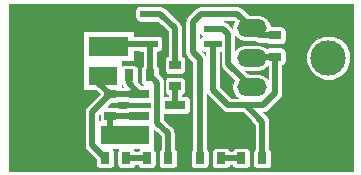
<source format=gbr>
G04 #@! TF.FileFunction,Copper,L2,Bot,Signal*
%FSLAX46Y46*%
G04 Gerber Fmt 4.6, Leading zero omitted, Abs format (unit mm)*
G04 Created by KiCad (PCBNEW 4.0.5) date 02/07/17 18:44:56*
%MOMM*%
%LPD*%
G01*
G04 APERTURE LIST*
%ADD10C,0.100000*%
%ADD11R,0.800000X1.000000*%
%ADD12R,1.000000X0.800000*%
%ADD13O,2.500000X1.500000*%
%ADD14C,3.000000*%
%ADD15R,1.550000X0.600000*%
%ADD16R,1.800860X0.800100*%
%ADD17C,1.000000*%
%ADD18C,0.500000*%
%ADD19C,0.026000*%
G04 APERTURE END LIST*
D10*
D11*
X12400000Y-6500000D03*
X10600000Y-6500000D03*
D12*
X23000000Y-4900000D03*
X23000000Y-3100000D03*
D13*
X21000000Y-7500000D03*
X21000000Y-5000000D03*
X21000000Y-2500000D03*
D14*
X27500000Y-5000000D03*
D15*
X12300000Y-3805000D03*
X12300000Y-1265000D03*
X17700000Y-1265000D03*
X17700000Y-2535000D03*
X17700000Y-3805000D03*
D12*
X9000000Y-9900000D03*
X9000000Y-8100000D03*
D11*
X10400000Y-13500000D03*
X8600000Y-13500000D03*
X18400000Y-13500000D03*
X16600000Y-13500000D03*
D12*
X14500000Y-5600000D03*
X14500000Y-7400000D03*
D16*
X11498860Y-9950000D03*
X11498860Y-8050000D03*
X14501140Y-9000000D03*
D11*
X13900000Y-13500000D03*
X12100000Y-13500000D03*
X21900000Y-13500000D03*
X20100000Y-13500000D03*
D17*
X9000000Y-11500000D03*
X8000000Y-4000000D03*
X8000000Y-6500000D03*
D18*
X13900000Y-13500000D02*
X13900000Y-11400000D01*
X13000000Y-7100000D02*
X12400000Y-6500000D01*
X13000000Y-10500000D02*
X13000000Y-7100000D01*
X13900000Y-11400000D02*
X13000000Y-10500000D01*
X12300000Y-3805000D02*
X8195000Y-3805000D01*
X8195000Y-3805000D02*
X8000000Y-4000000D01*
X12400000Y-6500000D02*
X12400000Y-3905000D01*
X12400000Y-3905000D02*
X12300000Y-3805000D01*
X9000000Y-8100000D02*
X7500000Y-9600000D01*
X7500000Y-12400000D02*
X8600000Y-13500000D01*
X7500000Y-9600000D02*
X7500000Y-12400000D01*
X10600000Y-6500000D02*
X10600000Y-7151140D01*
X10600000Y-7151140D02*
X11498860Y-8050000D01*
X9000000Y-8100000D02*
X11448860Y-8100000D01*
X11448860Y-8100000D02*
X11498860Y-8050000D01*
X8000000Y-6500000D02*
X8000000Y-7100000D01*
X8000000Y-7100000D02*
X9000000Y-8100000D01*
X17700000Y-3805000D02*
X17700000Y-7700000D01*
X19000000Y-9000000D02*
X20500000Y-9000000D01*
X17700000Y-7700000D02*
X19000000Y-9000000D01*
X21900000Y-13500000D02*
X21900000Y-10400000D01*
X21900000Y-10400000D02*
X20500000Y-9000000D01*
X23000000Y-8000000D02*
X23000000Y-4900000D01*
X22000000Y-9000000D02*
X23000000Y-8000000D01*
X20500000Y-9000000D02*
X22000000Y-9000000D01*
X21000000Y-5000000D02*
X21100000Y-4900000D01*
X21100000Y-4900000D02*
X23000000Y-4900000D01*
X16600000Y-13500000D02*
X16600000Y-5100000D01*
X16735000Y-1265000D02*
X17700000Y-1265000D01*
X16000000Y-2000000D02*
X16735000Y-1265000D01*
X16000000Y-4500000D02*
X16000000Y-2000000D01*
X16600000Y-5100000D02*
X16000000Y-4500000D01*
X17700000Y-1265000D02*
X19765000Y-1265000D01*
X19765000Y-1265000D02*
X21000000Y-2500000D01*
X20765000Y-2265000D02*
X21000000Y-2500000D01*
X23000000Y-3100000D02*
X21600000Y-3100000D01*
X21600000Y-3100000D02*
X21000000Y-2500000D01*
X20735000Y-2765000D02*
X21000000Y-2500000D01*
X10400000Y-13500000D02*
X12100000Y-13500000D01*
X18400000Y-13500000D02*
X20100000Y-13500000D01*
X9000000Y-9900000D02*
X9000000Y-11500000D01*
X9000000Y-9900000D02*
X11448860Y-9900000D01*
X11448860Y-9900000D02*
X11498860Y-9950000D01*
X17700000Y-2535000D02*
X18535000Y-2535000D01*
X19000000Y-5500000D02*
X21000000Y-7500000D01*
X19000000Y-3000000D02*
X19000000Y-5500000D01*
X18535000Y-2535000D02*
X19000000Y-3000000D01*
X14500000Y-5600000D02*
X14500000Y-2500000D01*
X13265000Y-1265000D02*
X12300000Y-1265000D01*
X14500000Y-2500000D02*
X13265000Y-1265000D01*
X14501140Y-9000000D02*
X14501140Y-7401140D01*
X14501140Y-7401140D02*
X14500000Y-7400000D01*
D19*
G36*
X29562000Y-14562000D02*
X438000Y-14562000D01*
X438000Y-2750000D01*
X6737000Y-2750000D01*
X6737000Y-7750000D01*
X6738024Y-7755058D01*
X6740935Y-7759319D01*
X6745275Y-7762111D01*
X6750000Y-7763000D01*
X7796088Y-7763000D01*
X8129889Y-8096802D01*
X8129889Y-8103198D01*
X7066544Y-9166544D01*
X6933662Y-9365415D01*
X6887000Y-9600000D01*
X6887000Y-12400000D01*
X6932728Y-12629889D01*
X6933662Y-12634585D01*
X7066544Y-12833456D01*
X7829889Y-13596802D01*
X7829889Y-14000000D01*
X7855201Y-14134520D01*
X7934702Y-14258068D01*
X8056006Y-14340951D01*
X8200000Y-14370111D01*
X9000000Y-14370111D01*
X9134520Y-14344799D01*
X9258068Y-14265298D01*
X9340951Y-14143994D01*
X9370111Y-14000000D01*
X9370111Y-13000000D01*
X9344799Y-12865480D01*
X9278855Y-12763000D01*
X9722597Y-12763000D01*
X9659049Y-12856006D01*
X9629889Y-13000000D01*
X9629889Y-14000000D01*
X9655201Y-14134520D01*
X9734702Y-14258068D01*
X9856006Y-14340951D01*
X10000000Y-14370111D01*
X10800000Y-14370111D01*
X10934520Y-14344799D01*
X11058068Y-14265298D01*
X11140951Y-14143994D01*
X11147228Y-14113000D01*
X11351152Y-14113000D01*
X11355201Y-14134520D01*
X11434702Y-14258068D01*
X11556006Y-14340951D01*
X11700000Y-14370111D01*
X12500000Y-14370111D01*
X12634520Y-14344799D01*
X12758068Y-14265298D01*
X12840951Y-14143994D01*
X12870111Y-14000000D01*
X12870111Y-13000000D01*
X12844799Y-12865480D01*
X12765298Y-12741932D01*
X12763000Y-12740362D01*
X12763000Y-11129912D01*
X13287000Y-11653913D01*
X13287000Y-12705702D01*
X13241932Y-12734702D01*
X13159049Y-12856006D01*
X13129889Y-13000000D01*
X13129889Y-14000000D01*
X13155201Y-14134520D01*
X13234702Y-14258068D01*
X13356006Y-14340951D01*
X13500000Y-14370111D01*
X14300000Y-14370111D01*
X14434520Y-14344799D01*
X14558068Y-14265298D01*
X14640951Y-14143994D01*
X14670111Y-14000000D01*
X14670111Y-13000000D01*
X14644799Y-12865480D01*
X14565298Y-12741932D01*
X14513000Y-12706199D01*
X14513000Y-11400000D01*
X14466338Y-11165415D01*
X14400137Y-11066338D01*
X14333456Y-10966543D01*
X13613000Y-10246088D01*
X13613000Y-9770161D01*
X15401570Y-9770161D01*
X15536090Y-9744849D01*
X15659638Y-9665348D01*
X15742521Y-9544044D01*
X15771681Y-9400050D01*
X15771681Y-8599950D01*
X15746369Y-8465430D01*
X15666868Y-8341882D01*
X15545564Y-8258999D01*
X15401570Y-8229839D01*
X15114140Y-8229839D01*
X15114140Y-8148634D01*
X15134520Y-8144799D01*
X15258068Y-8065298D01*
X15340951Y-7943994D01*
X15370111Y-7800000D01*
X15370111Y-7000000D01*
X15344799Y-6865480D01*
X15265298Y-6741932D01*
X15143994Y-6659049D01*
X15000000Y-6629889D01*
X14000000Y-6629889D01*
X13865480Y-6655201D01*
X13741932Y-6734702D01*
X13659049Y-6856006D01*
X13629889Y-7000000D01*
X13629889Y-7800000D01*
X13655201Y-7934520D01*
X13734702Y-8058068D01*
X13856006Y-8140951D01*
X13888140Y-8147458D01*
X13888140Y-8229839D01*
X13613000Y-8229839D01*
X13613000Y-7100000D01*
X13566338Y-6865415D01*
X13433456Y-6666543D01*
X13170111Y-6403198D01*
X13170111Y-6000000D01*
X13144799Y-5865480D01*
X13065298Y-5741932D01*
X13013000Y-5706199D01*
X13013000Y-4475111D01*
X13075000Y-4475111D01*
X13209520Y-4449799D01*
X13333068Y-4370298D01*
X13415951Y-4248994D01*
X13445111Y-4105000D01*
X13445111Y-3505000D01*
X13419799Y-3370480D01*
X13340298Y-3246932D01*
X13218994Y-3164049D01*
X13075000Y-3134889D01*
X11525000Y-3134889D01*
X11390480Y-3160201D01*
X11341063Y-3192000D01*
X11013000Y-3192000D01*
X11013000Y-2750000D01*
X11011976Y-2744942D01*
X11009065Y-2740681D01*
X11004725Y-2737889D01*
X11000000Y-2737000D01*
X6750000Y-2737000D01*
X6744942Y-2738024D01*
X6740681Y-2740935D01*
X6737889Y-2745275D01*
X6737000Y-2750000D01*
X438000Y-2750000D01*
X438000Y-965000D01*
X11154889Y-965000D01*
X11154889Y-1565000D01*
X11180201Y-1699520D01*
X11259702Y-1823068D01*
X11381006Y-1905951D01*
X11525000Y-1935111D01*
X13068199Y-1935111D01*
X13887000Y-2753913D01*
X13887000Y-4851152D01*
X13865480Y-4855201D01*
X13741932Y-4934702D01*
X13659049Y-5056006D01*
X13629889Y-5200000D01*
X13629889Y-6000000D01*
X13655201Y-6134520D01*
X13734702Y-6258068D01*
X13856006Y-6340951D01*
X14000000Y-6370111D01*
X15000000Y-6370111D01*
X15134520Y-6344799D01*
X15258068Y-6265298D01*
X15340951Y-6143994D01*
X15370111Y-6000000D01*
X15370111Y-5200000D01*
X15344799Y-5065480D01*
X15265298Y-4941932D01*
X15143994Y-4859049D01*
X15113000Y-4852772D01*
X15113000Y-2500000D01*
X15066338Y-2265415D01*
X15045738Y-2234585D01*
X14933457Y-2066544D01*
X14866913Y-2000000D01*
X15387000Y-2000000D01*
X15387000Y-4500000D01*
X15433156Y-4732042D01*
X15433662Y-4734585D01*
X15566544Y-4933456D01*
X15987000Y-5353913D01*
X15987000Y-12705702D01*
X15941932Y-12734702D01*
X15859049Y-12856006D01*
X15829889Y-13000000D01*
X15829889Y-14000000D01*
X15855201Y-14134520D01*
X15934702Y-14258068D01*
X16056006Y-14340951D01*
X16200000Y-14370111D01*
X17000000Y-14370111D01*
X17134520Y-14344799D01*
X17258068Y-14265298D01*
X17340951Y-14143994D01*
X17370111Y-14000000D01*
X17370111Y-13000000D01*
X17629889Y-13000000D01*
X17629889Y-14000000D01*
X17655201Y-14134520D01*
X17734702Y-14258068D01*
X17856006Y-14340951D01*
X18000000Y-14370111D01*
X18800000Y-14370111D01*
X18934520Y-14344799D01*
X19058068Y-14265298D01*
X19140951Y-14143994D01*
X19147228Y-14113000D01*
X19351152Y-14113000D01*
X19355201Y-14134520D01*
X19434702Y-14258068D01*
X19556006Y-14340951D01*
X19700000Y-14370111D01*
X20500000Y-14370111D01*
X20634520Y-14344799D01*
X20758068Y-14265298D01*
X20840951Y-14143994D01*
X20870111Y-14000000D01*
X20870111Y-13000000D01*
X20844799Y-12865480D01*
X20765298Y-12741932D01*
X20643994Y-12659049D01*
X20500000Y-12629889D01*
X19700000Y-12629889D01*
X19565480Y-12655201D01*
X19441932Y-12734702D01*
X19359049Y-12856006D01*
X19352772Y-12887000D01*
X19148848Y-12887000D01*
X19144799Y-12865480D01*
X19065298Y-12741932D01*
X18943994Y-12659049D01*
X18800000Y-12629889D01*
X18000000Y-12629889D01*
X17865480Y-12655201D01*
X17741932Y-12734702D01*
X17659049Y-12856006D01*
X17629889Y-13000000D01*
X17370111Y-13000000D01*
X17344799Y-12865480D01*
X17265298Y-12741932D01*
X17213000Y-12706199D01*
X17213000Y-8053322D01*
X17266544Y-8133456D01*
X18566544Y-9433457D01*
X18765415Y-9566338D01*
X19000000Y-9613000D01*
X20246088Y-9613000D01*
X21287000Y-10653912D01*
X21287000Y-12705702D01*
X21241932Y-12734702D01*
X21159049Y-12856006D01*
X21129889Y-13000000D01*
X21129889Y-14000000D01*
X21155201Y-14134520D01*
X21234702Y-14258068D01*
X21356006Y-14340951D01*
X21500000Y-14370111D01*
X22300000Y-14370111D01*
X22434520Y-14344799D01*
X22558068Y-14265298D01*
X22640951Y-14143994D01*
X22670111Y-14000000D01*
X22670111Y-13000000D01*
X22644799Y-12865480D01*
X22565298Y-12741932D01*
X22513000Y-12706199D01*
X22513000Y-10400000D01*
X22466338Y-10165415D01*
X22333456Y-9966544D01*
X21979912Y-9613000D01*
X22000000Y-9613000D01*
X22234585Y-9566338D01*
X22433456Y-9433456D01*
X23433457Y-8433456D01*
X23513943Y-8313000D01*
X23566338Y-8234585D01*
X23613000Y-8000000D01*
X23613000Y-5648848D01*
X23634520Y-5644799D01*
X23758068Y-5565298D01*
X23840951Y-5443994D01*
X23856148Y-5368948D01*
X25636678Y-5368948D01*
X25919705Y-6053926D01*
X26443318Y-6578453D01*
X27127801Y-6862676D01*
X27868948Y-6863322D01*
X28553926Y-6580295D01*
X29078453Y-6056682D01*
X29362676Y-5372199D01*
X29363322Y-4631052D01*
X29080295Y-3946074D01*
X28556682Y-3421547D01*
X27872199Y-3137324D01*
X27131052Y-3136678D01*
X26446074Y-3419705D01*
X25921547Y-3943318D01*
X25637324Y-4627801D01*
X25636678Y-5368948D01*
X23856148Y-5368948D01*
X23870111Y-5300000D01*
X23870111Y-4500000D01*
X23844799Y-4365480D01*
X23765298Y-4241932D01*
X23643994Y-4159049D01*
X23500000Y-4129889D01*
X22500000Y-4129889D01*
X22365480Y-4155201D01*
X22297546Y-4198915D01*
X21957528Y-3971722D01*
X21531601Y-3887000D01*
X20468399Y-3887000D01*
X20042472Y-3971722D01*
X19681389Y-4212990D01*
X19613000Y-4315341D01*
X19613000Y-3184659D01*
X19681389Y-3287010D01*
X20042472Y-3528278D01*
X20468399Y-3613000D01*
X21285589Y-3613000D01*
X21365415Y-3666338D01*
X21600000Y-3713000D01*
X22205702Y-3713000D01*
X22234702Y-3758068D01*
X22356006Y-3840951D01*
X22500000Y-3870111D01*
X23500000Y-3870111D01*
X23634520Y-3844799D01*
X23758068Y-3765298D01*
X23840951Y-3643994D01*
X23870111Y-3500000D01*
X23870111Y-2700000D01*
X23844799Y-2565480D01*
X23765298Y-2441932D01*
X23643994Y-2359049D01*
X23500000Y-2329889D01*
X22610764Y-2329889D01*
X22559879Y-2074073D01*
X22318611Y-1712990D01*
X21957528Y-1471722D01*
X21531601Y-1387000D01*
X20753912Y-1387000D01*
X20198456Y-831544D01*
X19999585Y-698662D01*
X19765000Y-652000D01*
X18659902Y-652000D01*
X18618994Y-624049D01*
X18475000Y-594889D01*
X16925000Y-594889D01*
X16790480Y-620201D01*
X16741063Y-652000D01*
X16735000Y-652000D01*
X16500415Y-698662D01*
X16301544Y-831544D01*
X15566544Y-1566544D01*
X15433662Y-1765415D01*
X15387000Y-2000000D01*
X14866913Y-2000000D01*
X13698456Y-831544D01*
X13499585Y-698662D01*
X13265000Y-652000D01*
X13259902Y-652000D01*
X13218994Y-624049D01*
X13075000Y-594889D01*
X11525000Y-594889D01*
X11390480Y-620201D01*
X11266932Y-699702D01*
X11184049Y-821006D01*
X11154889Y-965000D01*
X438000Y-965000D01*
X438000Y-438000D01*
X29562000Y-438000D01*
X29562000Y-14562000D01*
X29562000Y-14562000D01*
G37*
X29562000Y-14562000D02*
X438000Y-14562000D01*
X438000Y-2750000D01*
X6737000Y-2750000D01*
X6737000Y-7750000D01*
X6738024Y-7755058D01*
X6740935Y-7759319D01*
X6745275Y-7762111D01*
X6750000Y-7763000D01*
X7796088Y-7763000D01*
X8129889Y-8096802D01*
X8129889Y-8103198D01*
X7066544Y-9166544D01*
X6933662Y-9365415D01*
X6887000Y-9600000D01*
X6887000Y-12400000D01*
X6932728Y-12629889D01*
X6933662Y-12634585D01*
X7066544Y-12833456D01*
X7829889Y-13596802D01*
X7829889Y-14000000D01*
X7855201Y-14134520D01*
X7934702Y-14258068D01*
X8056006Y-14340951D01*
X8200000Y-14370111D01*
X9000000Y-14370111D01*
X9134520Y-14344799D01*
X9258068Y-14265298D01*
X9340951Y-14143994D01*
X9370111Y-14000000D01*
X9370111Y-13000000D01*
X9344799Y-12865480D01*
X9278855Y-12763000D01*
X9722597Y-12763000D01*
X9659049Y-12856006D01*
X9629889Y-13000000D01*
X9629889Y-14000000D01*
X9655201Y-14134520D01*
X9734702Y-14258068D01*
X9856006Y-14340951D01*
X10000000Y-14370111D01*
X10800000Y-14370111D01*
X10934520Y-14344799D01*
X11058068Y-14265298D01*
X11140951Y-14143994D01*
X11147228Y-14113000D01*
X11351152Y-14113000D01*
X11355201Y-14134520D01*
X11434702Y-14258068D01*
X11556006Y-14340951D01*
X11700000Y-14370111D01*
X12500000Y-14370111D01*
X12634520Y-14344799D01*
X12758068Y-14265298D01*
X12840951Y-14143994D01*
X12870111Y-14000000D01*
X12870111Y-13000000D01*
X12844799Y-12865480D01*
X12765298Y-12741932D01*
X12763000Y-12740362D01*
X12763000Y-11129912D01*
X13287000Y-11653913D01*
X13287000Y-12705702D01*
X13241932Y-12734702D01*
X13159049Y-12856006D01*
X13129889Y-13000000D01*
X13129889Y-14000000D01*
X13155201Y-14134520D01*
X13234702Y-14258068D01*
X13356006Y-14340951D01*
X13500000Y-14370111D01*
X14300000Y-14370111D01*
X14434520Y-14344799D01*
X14558068Y-14265298D01*
X14640951Y-14143994D01*
X14670111Y-14000000D01*
X14670111Y-13000000D01*
X14644799Y-12865480D01*
X14565298Y-12741932D01*
X14513000Y-12706199D01*
X14513000Y-11400000D01*
X14466338Y-11165415D01*
X14400137Y-11066338D01*
X14333456Y-10966543D01*
X13613000Y-10246088D01*
X13613000Y-9770161D01*
X15401570Y-9770161D01*
X15536090Y-9744849D01*
X15659638Y-9665348D01*
X15742521Y-9544044D01*
X15771681Y-9400050D01*
X15771681Y-8599950D01*
X15746369Y-8465430D01*
X15666868Y-8341882D01*
X15545564Y-8258999D01*
X15401570Y-8229839D01*
X15114140Y-8229839D01*
X15114140Y-8148634D01*
X15134520Y-8144799D01*
X15258068Y-8065298D01*
X15340951Y-7943994D01*
X15370111Y-7800000D01*
X15370111Y-7000000D01*
X15344799Y-6865480D01*
X15265298Y-6741932D01*
X15143994Y-6659049D01*
X15000000Y-6629889D01*
X14000000Y-6629889D01*
X13865480Y-6655201D01*
X13741932Y-6734702D01*
X13659049Y-6856006D01*
X13629889Y-7000000D01*
X13629889Y-7800000D01*
X13655201Y-7934520D01*
X13734702Y-8058068D01*
X13856006Y-8140951D01*
X13888140Y-8147458D01*
X13888140Y-8229839D01*
X13613000Y-8229839D01*
X13613000Y-7100000D01*
X13566338Y-6865415D01*
X13433456Y-6666543D01*
X13170111Y-6403198D01*
X13170111Y-6000000D01*
X13144799Y-5865480D01*
X13065298Y-5741932D01*
X13013000Y-5706199D01*
X13013000Y-4475111D01*
X13075000Y-4475111D01*
X13209520Y-4449799D01*
X13333068Y-4370298D01*
X13415951Y-4248994D01*
X13445111Y-4105000D01*
X13445111Y-3505000D01*
X13419799Y-3370480D01*
X13340298Y-3246932D01*
X13218994Y-3164049D01*
X13075000Y-3134889D01*
X11525000Y-3134889D01*
X11390480Y-3160201D01*
X11341063Y-3192000D01*
X11013000Y-3192000D01*
X11013000Y-2750000D01*
X11011976Y-2744942D01*
X11009065Y-2740681D01*
X11004725Y-2737889D01*
X11000000Y-2737000D01*
X6750000Y-2737000D01*
X6744942Y-2738024D01*
X6740681Y-2740935D01*
X6737889Y-2745275D01*
X6737000Y-2750000D01*
X438000Y-2750000D01*
X438000Y-965000D01*
X11154889Y-965000D01*
X11154889Y-1565000D01*
X11180201Y-1699520D01*
X11259702Y-1823068D01*
X11381006Y-1905951D01*
X11525000Y-1935111D01*
X13068199Y-1935111D01*
X13887000Y-2753913D01*
X13887000Y-4851152D01*
X13865480Y-4855201D01*
X13741932Y-4934702D01*
X13659049Y-5056006D01*
X13629889Y-5200000D01*
X13629889Y-6000000D01*
X13655201Y-6134520D01*
X13734702Y-6258068D01*
X13856006Y-6340951D01*
X14000000Y-6370111D01*
X15000000Y-6370111D01*
X15134520Y-6344799D01*
X15258068Y-6265298D01*
X15340951Y-6143994D01*
X15370111Y-6000000D01*
X15370111Y-5200000D01*
X15344799Y-5065480D01*
X15265298Y-4941932D01*
X15143994Y-4859049D01*
X15113000Y-4852772D01*
X15113000Y-2500000D01*
X15066338Y-2265415D01*
X15045738Y-2234585D01*
X14933457Y-2066544D01*
X14866913Y-2000000D01*
X15387000Y-2000000D01*
X15387000Y-4500000D01*
X15433156Y-4732042D01*
X15433662Y-4734585D01*
X15566544Y-4933456D01*
X15987000Y-5353913D01*
X15987000Y-12705702D01*
X15941932Y-12734702D01*
X15859049Y-12856006D01*
X15829889Y-13000000D01*
X15829889Y-14000000D01*
X15855201Y-14134520D01*
X15934702Y-14258068D01*
X16056006Y-14340951D01*
X16200000Y-14370111D01*
X17000000Y-14370111D01*
X17134520Y-14344799D01*
X17258068Y-14265298D01*
X17340951Y-14143994D01*
X17370111Y-14000000D01*
X17370111Y-13000000D01*
X17629889Y-13000000D01*
X17629889Y-14000000D01*
X17655201Y-14134520D01*
X17734702Y-14258068D01*
X17856006Y-14340951D01*
X18000000Y-14370111D01*
X18800000Y-14370111D01*
X18934520Y-14344799D01*
X19058068Y-14265298D01*
X19140951Y-14143994D01*
X19147228Y-14113000D01*
X19351152Y-14113000D01*
X19355201Y-14134520D01*
X19434702Y-14258068D01*
X19556006Y-14340951D01*
X19700000Y-14370111D01*
X20500000Y-14370111D01*
X20634520Y-14344799D01*
X20758068Y-14265298D01*
X20840951Y-14143994D01*
X20870111Y-14000000D01*
X20870111Y-13000000D01*
X20844799Y-12865480D01*
X20765298Y-12741932D01*
X20643994Y-12659049D01*
X20500000Y-12629889D01*
X19700000Y-12629889D01*
X19565480Y-12655201D01*
X19441932Y-12734702D01*
X19359049Y-12856006D01*
X19352772Y-12887000D01*
X19148848Y-12887000D01*
X19144799Y-12865480D01*
X19065298Y-12741932D01*
X18943994Y-12659049D01*
X18800000Y-12629889D01*
X18000000Y-12629889D01*
X17865480Y-12655201D01*
X17741932Y-12734702D01*
X17659049Y-12856006D01*
X17629889Y-13000000D01*
X17370111Y-13000000D01*
X17344799Y-12865480D01*
X17265298Y-12741932D01*
X17213000Y-12706199D01*
X17213000Y-8053322D01*
X17266544Y-8133456D01*
X18566544Y-9433457D01*
X18765415Y-9566338D01*
X19000000Y-9613000D01*
X20246088Y-9613000D01*
X21287000Y-10653912D01*
X21287000Y-12705702D01*
X21241932Y-12734702D01*
X21159049Y-12856006D01*
X21129889Y-13000000D01*
X21129889Y-14000000D01*
X21155201Y-14134520D01*
X21234702Y-14258068D01*
X21356006Y-14340951D01*
X21500000Y-14370111D01*
X22300000Y-14370111D01*
X22434520Y-14344799D01*
X22558068Y-14265298D01*
X22640951Y-14143994D01*
X22670111Y-14000000D01*
X22670111Y-13000000D01*
X22644799Y-12865480D01*
X22565298Y-12741932D01*
X22513000Y-12706199D01*
X22513000Y-10400000D01*
X22466338Y-10165415D01*
X22333456Y-9966544D01*
X21979912Y-9613000D01*
X22000000Y-9613000D01*
X22234585Y-9566338D01*
X22433456Y-9433456D01*
X23433457Y-8433456D01*
X23513943Y-8313000D01*
X23566338Y-8234585D01*
X23613000Y-8000000D01*
X23613000Y-5648848D01*
X23634520Y-5644799D01*
X23758068Y-5565298D01*
X23840951Y-5443994D01*
X23856148Y-5368948D01*
X25636678Y-5368948D01*
X25919705Y-6053926D01*
X26443318Y-6578453D01*
X27127801Y-6862676D01*
X27868948Y-6863322D01*
X28553926Y-6580295D01*
X29078453Y-6056682D01*
X29362676Y-5372199D01*
X29363322Y-4631052D01*
X29080295Y-3946074D01*
X28556682Y-3421547D01*
X27872199Y-3137324D01*
X27131052Y-3136678D01*
X26446074Y-3419705D01*
X25921547Y-3943318D01*
X25637324Y-4627801D01*
X25636678Y-5368948D01*
X23856148Y-5368948D01*
X23870111Y-5300000D01*
X23870111Y-4500000D01*
X23844799Y-4365480D01*
X23765298Y-4241932D01*
X23643994Y-4159049D01*
X23500000Y-4129889D01*
X22500000Y-4129889D01*
X22365480Y-4155201D01*
X22297546Y-4198915D01*
X21957528Y-3971722D01*
X21531601Y-3887000D01*
X20468399Y-3887000D01*
X20042472Y-3971722D01*
X19681389Y-4212990D01*
X19613000Y-4315341D01*
X19613000Y-3184659D01*
X19681389Y-3287010D01*
X20042472Y-3528278D01*
X20468399Y-3613000D01*
X21285589Y-3613000D01*
X21365415Y-3666338D01*
X21600000Y-3713000D01*
X22205702Y-3713000D01*
X22234702Y-3758068D01*
X22356006Y-3840951D01*
X22500000Y-3870111D01*
X23500000Y-3870111D01*
X23634520Y-3844799D01*
X23758068Y-3765298D01*
X23840951Y-3643994D01*
X23870111Y-3500000D01*
X23870111Y-2700000D01*
X23844799Y-2565480D01*
X23765298Y-2441932D01*
X23643994Y-2359049D01*
X23500000Y-2329889D01*
X22610764Y-2329889D01*
X22559879Y-2074073D01*
X22318611Y-1712990D01*
X21957528Y-1471722D01*
X21531601Y-1387000D01*
X20753912Y-1387000D01*
X20198456Y-831544D01*
X19999585Y-698662D01*
X19765000Y-652000D01*
X18659902Y-652000D01*
X18618994Y-624049D01*
X18475000Y-594889D01*
X16925000Y-594889D01*
X16790480Y-620201D01*
X16741063Y-652000D01*
X16735000Y-652000D01*
X16500415Y-698662D01*
X16301544Y-831544D01*
X15566544Y-1566544D01*
X15433662Y-1765415D01*
X15387000Y-2000000D01*
X14866913Y-2000000D01*
X13698456Y-831544D01*
X13499585Y-698662D01*
X13265000Y-652000D01*
X13259902Y-652000D01*
X13218994Y-624049D01*
X13075000Y-594889D01*
X11525000Y-594889D01*
X11390480Y-620201D01*
X11266932Y-699702D01*
X11184049Y-821006D01*
X11154889Y-965000D01*
X438000Y-965000D01*
X438000Y-438000D01*
X29562000Y-438000D01*
X29562000Y-14562000D01*
G36*
X11359049Y-12856006D02*
X11352772Y-12887000D01*
X11148848Y-12887000D01*
X11144799Y-12865480D01*
X11078855Y-12763000D01*
X11422597Y-12763000D01*
X11359049Y-12856006D01*
X11359049Y-12856006D01*
G37*
X11359049Y-12856006D02*
X11352772Y-12887000D01*
X11148848Y-12887000D01*
X11144799Y-12865480D01*
X11078855Y-12763000D01*
X11422597Y-12763000D01*
X11359049Y-12856006D01*
G36*
X8129889Y-10237000D02*
X8113000Y-10237000D01*
X8113000Y-9853912D01*
X8129889Y-9837023D01*
X8129889Y-10237000D01*
X8129889Y-10237000D01*
G37*
X8129889Y-10237000D02*
X8113000Y-10237000D01*
X8113000Y-9853912D01*
X8129889Y-9837023D01*
X8129889Y-10237000D01*
G36*
X10454436Y-8791001D02*
X10598430Y-8820161D01*
X12387000Y-8820161D01*
X12387000Y-9179839D01*
X10598430Y-9179839D01*
X10463910Y-9205151D01*
X10340362Y-9284652D01*
X10338758Y-9287000D01*
X9794298Y-9287000D01*
X9765298Y-9241932D01*
X9643994Y-9159049D01*
X9500000Y-9129889D01*
X8837024Y-9129889D01*
X9096802Y-8870111D01*
X9500000Y-8870111D01*
X9634520Y-8844799D01*
X9758068Y-8765298D01*
X9793801Y-8713000D01*
X10340277Y-8713000D01*
X10454436Y-8791001D01*
X10454436Y-8791001D01*
G37*
X10454436Y-8791001D02*
X10598430Y-8820161D01*
X12387000Y-8820161D01*
X12387000Y-9179839D01*
X10598430Y-9179839D01*
X10463910Y-9205151D01*
X10340362Y-9284652D01*
X10338758Y-9287000D01*
X9794298Y-9287000D01*
X9765298Y-9241932D01*
X9643994Y-9159049D01*
X9500000Y-9129889D01*
X8837024Y-9129889D01*
X9096802Y-8870111D01*
X9500000Y-8870111D01*
X9634520Y-8844799D01*
X9758068Y-8765298D01*
X9793801Y-8713000D01*
X10340277Y-8713000D01*
X10454436Y-8791001D01*
G36*
X10019841Y-7316240D02*
X10028356Y-7359049D01*
X10033662Y-7385725D01*
X10101332Y-7487000D01*
X10013000Y-7487000D01*
X10013000Y-7311566D01*
X10019841Y-7316240D01*
X10019841Y-7316240D01*
G37*
X10019841Y-7316240D02*
X10028356Y-7359049D01*
X10033662Y-7385725D01*
X10101332Y-7487000D01*
X10013000Y-7487000D01*
X10013000Y-7311566D01*
X10019841Y-7316240D01*
G36*
X11381006Y-4445951D02*
X11525000Y-4475111D01*
X11787000Y-4475111D01*
X11787000Y-5705702D01*
X11741932Y-5734702D01*
X11659049Y-5856006D01*
X11629889Y-6000000D01*
X11629889Y-7000000D01*
X11655201Y-7134520D01*
X11734702Y-7258068D01*
X11766565Y-7279839D01*
X11595611Y-7279839D01*
X11360960Y-7045188D01*
X11370111Y-7000000D01*
X11370111Y-6000000D01*
X11344799Y-5865480D01*
X11265298Y-5741932D01*
X11143994Y-5659049D01*
X11000000Y-5629889D01*
X10200000Y-5629889D01*
X10065480Y-5655201D01*
X10013000Y-5688971D01*
X10013000Y-5263000D01*
X11000000Y-5263000D01*
X11005058Y-5261976D01*
X11009319Y-5259065D01*
X11012111Y-5254725D01*
X11013000Y-5250000D01*
X11013000Y-4418000D01*
X11340098Y-4418000D01*
X11381006Y-4445951D01*
X11381006Y-4445951D01*
G37*
X11381006Y-4445951D02*
X11525000Y-4475111D01*
X11787000Y-4475111D01*
X11787000Y-5705702D01*
X11741932Y-5734702D01*
X11659049Y-5856006D01*
X11629889Y-6000000D01*
X11629889Y-7000000D01*
X11655201Y-7134520D01*
X11734702Y-7258068D01*
X11766565Y-7279839D01*
X11595611Y-7279839D01*
X11360960Y-7045188D01*
X11370111Y-7000000D01*
X11370111Y-6000000D01*
X11344799Y-5865480D01*
X11265298Y-5741932D01*
X11143994Y-5659049D01*
X11000000Y-5629889D01*
X10200000Y-5629889D01*
X10065480Y-5655201D01*
X10013000Y-5688971D01*
X10013000Y-5263000D01*
X11000000Y-5263000D01*
X11005058Y-5261976D01*
X11009319Y-5259065D01*
X11012111Y-5254725D01*
X11013000Y-5250000D01*
X11013000Y-4418000D01*
X11340098Y-4418000D01*
X11381006Y-4445951D01*
G36*
X18387000Y-5500000D02*
X18429368Y-5712999D01*
X18433662Y-5734585D01*
X18566544Y-5933456D01*
X19547082Y-6913995D01*
X19440121Y-7074073D01*
X19355399Y-7500000D01*
X19440121Y-7925927D01*
X19681389Y-8287010D01*
X19831035Y-8387000D01*
X19253913Y-8387000D01*
X18313000Y-7446088D01*
X18313000Y-4475111D01*
X18387000Y-4475111D01*
X18387000Y-5500000D01*
X18387000Y-5500000D01*
G37*
X18387000Y-5500000D02*
X18429368Y-5712999D01*
X18433662Y-5734585D01*
X18566544Y-5933456D01*
X19547082Y-6913995D01*
X19440121Y-7074073D01*
X19355399Y-7500000D01*
X19440121Y-7925927D01*
X19681389Y-8287010D01*
X19831035Y-8387000D01*
X19253913Y-8387000D01*
X18313000Y-7446088D01*
X18313000Y-4475111D01*
X18387000Y-4475111D01*
X18387000Y-5500000D01*
G36*
X22387000Y-6815341D02*
X22318611Y-6712990D01*
X21957528Y-6471722D01*
X21531601Y-6387000D01*
X20753913Y-6387000D01*
X20479913Y-6113000D01*
X21531601Y-6113000D01*
X21957528Y-6028278D01*
X22318611Y-5787010D01*
X22387000Y-5684659D01*
X22387000Y-6815341D01*
X22387000Y-6815341D01*
G37*
X22387000Y-6815341D02*
X22318611Y-6712990D01*
X21957528Y-6471722D01*
X21531601Y-6387000D01*
X20753913Y-6387000D01*
X20479913Y-6113000D01*
X21531601Y-6113000D01*
X21957528Y-6028278D01*
X22318611Y-5787010D01*
X22387000Y-5684659D01*
X22387000Y-6815341D01*
G36*
X16925000Y-4475111D02*
X17087000Y-4475111D01*
X17087000Y-4746678D01*
X17076651Y-4731189D01*
X17033456Y-4666543D01*
X16820953Y-4454041D01*
X16925000Y-4475111D01*
X16925000Y-4475111D01*
G37*
X16925000Y-4475111D02*
X17087000Y-4475111D01*
X17087000Y-4746678D01*
X17076651Y-4731189D01*
X17033456Y-4666543D01*
X16820953Y-4454041D01*
X16925000Y-4475111D01*
G36*
X16659702Y-3093068D02*
X16773730Y-3170979D01*
X16666932Y-3239702D01*
X16613000Y-3318635D01*
X16613000Y-3020491D01*
X16659702Y-3093068D01*
X16659702Y-3093068D01*
G37*
X16659702Y-3093068D02*
X16773730Y-3170979D01*
X16666932Y-3239702D01*
X16613000Y-3318635D01*
X16613000Y-3020491D01*
X16659702Y-3093068D01*
G36*
X19547082Y-1913994D02*
X19440121Y-2074073D01*
X19357309Y-2490396D01*
X18968456Y-2101544D01*
X18769585Y-1968662D01*
X18711196Y-1957048D01*
X18626270Y-1899021D01*
X18658937Y-1878000D01*
X19511088Y-1878000D01*
X19547082Y-1913994D01*
X19547082Y-1913994D01*
G37*
X19547082Y-1913994D02*
X19440121Y-2074073D01*
X19357309Y-2490396D01*
X18968456Y-2101544D01*
X18769585Y-1968662D01*
X18711196Y-1957048D01*
X18626270Y-1899021D01*
X18658937Y-1878000D01*
X19511088Y-1878000D01*
X19547082Y-1913994D01*
G36*
X10487000Y-4737000D02*
X7263000Y-4737000D01*
X7263000Y-3263000D01*
X10487000Y-3263000D01*
X10487000Y-4737000D01*
X10487000Y-4737000D01*
G37*
X10487000Y-4737000D02*
X7263000Y-4737000D01*
X7263000Y-3263000D01*
X10487000Y-3263000D01*
X10487000Y-4737000D01*
G36*
X9487000Y-7237000D02*
X7263000Y-7237000D01*
X7263000Y-5763000D01*
X9487000Y-5763000D01*
X9487000Y-7237000D01*
X9487000Y-7237000D01*
G37*
X9487000Y-7237000D02*
X7263000Y-7237000D01*
X7263000Y-5763000D01*
X9487000Y-5763000D01*
X9487000Y-7237000D01*
G36*
X12237000Y-12237000D02*
X8263000Y-12237000D01*
X8263000Y-10763000D01*
X12237000Y-10763000D01*
X12237000Y-12237000D01*
X12237000Y-12237000D01*
G37*
X12237000Y-12237000D02*
X8263000Y-12237000D01*
X8263000Y-10763000D01*
X12237000Y-10763000D01*
X12237000Y-12237000D01*
M02*

</source>
